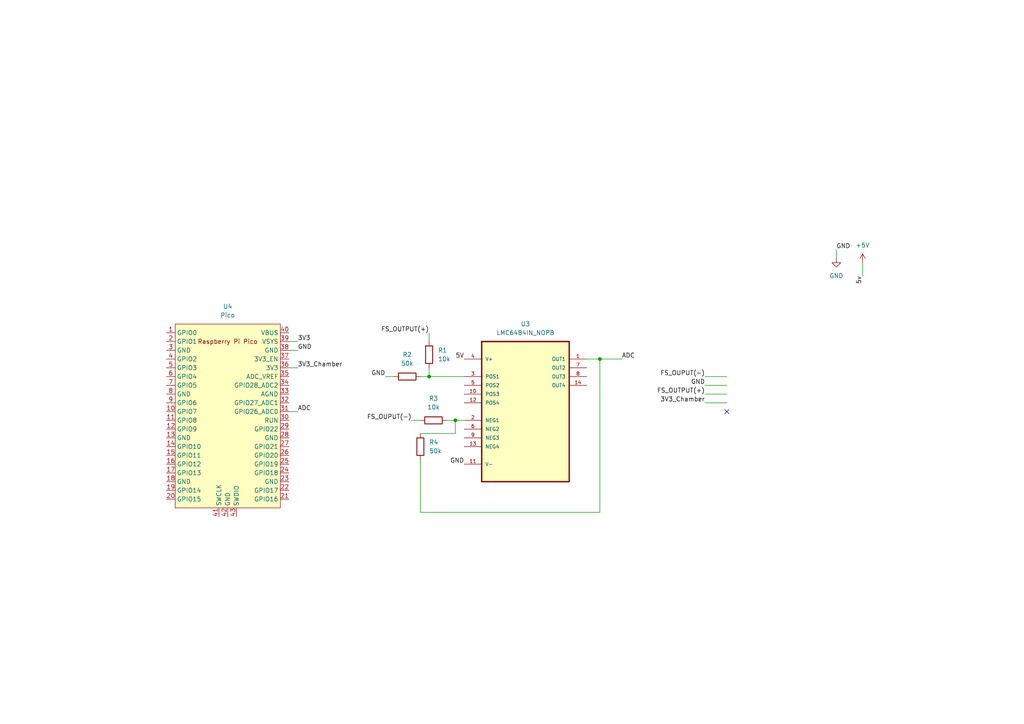
<source format=kicad_sch>
(kicad_sch (version 20231120) (generator "eeschema") (generator_version "8.0")
  (paper "A4")
  (title_block (title "OPEL Sensing Reciever") (company "Olin Plasma Engineering Lab"))
  (lib_symbols
    (symbol "Device:R" (pin_numbers hide) (pin_names (offset 0))
      (property "Reference" "R" (at 2.032 0 90))
      (property "Value" "R" (at 0 0 90))
      (symbol "R_0_1"
        (rectangle (start -1.016 -2.54) (end 1.016 2.54) (stroke (width 0.254)))
      )
      (symbol "R_1_1"
        (pin passive line (at 0 3.81 270) (length 1.27) (name "~") (number "1"))
        (pin passive line (at 0 -3.81 90) (length 1.27) (name "~") (number "2"))
      )
    )
    (symbol "LMC6484IN_NOPB:LMC6484IN_NOPB" (pin_names (offset 1.016))
      (property "Reference" "U" (at -6.2234 18.8735 0))
      (property "Value" "LMC6484IN_NOPB" (at -3.7108 -25.7977 0))
      (symbol "LMC6484IN_NOPB_0_0"
        (rectangle (start -12.7 -22.86) (end 12.7 17.78) (stroke (width 0.4064)) (fill (type background)))
        (pin output line (at 17.78 12.7 180) (length 5.08) (name "OUT1") (number "1"))
        (pin input line (at -17.78 2.54 0) (length 5.08) (name "POS3") (number "10"))
        (pin power_in line (at -17.78 -17.78 0) (length 5.08) (name "V-") (number "11"))
        (pin input line (at -17.78 0 0) (length 5.08) (name "POS4") (number "12"))
        (pin input line (at -17.78 -12.7 0) (length 5.08) (name "NEG4") (number "13"))
        (pin output line (at 17.78 5.08 180) (length 5.08) (name "OUT4") (number "14"))
        (pin input line (at -17.78 -5.08 0) (length 5.08) (name "NEG1") (number "2"))
        (pin input line (at -17.78 7.62 0) (length 5.08) (name "POS1") (number "3"))
        (pin power_in line (at -17.78 12.7 0) (length 5.08) (name "V+") (number "4"))
        (pin input line (at -17.78 5.08 0) (length 5.08) (name "POS2") (number "5"))
        (pin input line (at -17.78 -7.62 0) (length 5.08) (name "NEG2") (number "6"))
        (pin output line (at 17.78 10.16 180) (length 5.08) (name "OUT2") (number "7"))
        (pin output line (at 17.78 7.62 180) (length 5.08) (name "OUT3") (number "8"))
        (pin input line (at -17.78 -10.16 0) (length 5.08) (name "NEG3") (number "9"))
      )
    )
    (symbol "MCU_RaspberryPi_and_Boards:Pico"
      (property "Reference" "U" (at -13.97 27.94 0))
      (property "Value" "Pico" (at 0 19.05 0))
      (symbol "Pico_0_0"
        (text "Raspberry Pi Pico" (at 0 21.59 0) (effects (font (size 1.27 1.27))))
      )
      (symbol "Pico_0_1"
        (rectangle (start -15.24 26.67) (end 15.24 -26.67) (fill (type background)))
      )
      (symbol "Pico_1_1"
        (pin bidirectional line (at -17.78 24.13 0) (length 2.54) (name "GPIO0") (number "1"))
        (pin bidirectional line (at -17.78 1.27 0) (length 2.54) (name "GPIO7") (number "10"))
        (pin bidirectional line (at -17.78 -1.27 0) (length 2.54) (name "GPIO8") (number "11"))
        (pin bidirectional line (at -17.78 -3.81 0) (length 2.54) (name "GPIO9") (number "12"))
        (pin power_in line (at -17.78 -6.35 0) (length 2.54) (name "GND") (number "13"))
        (pin bidirectional line (at -17.78 -8.89 0) (length 2.54) (name "GPIO10") (number "14"))
        (pin bidirectional line (at -17.78 -11.43 0) (length 2.54) (name "GPIO11") (number "15"))
        (pin bidirectional line (at -17.78 -13.97 0) (length 2.54) (name "GPIO12") (number "16"))
        (pin bidirectional line (at -17.78 -16.51 0) (length 2.54) (name "GPIO13") (number "17"))
        (pin power_in line (at -17.78 -19.05 0) (length 2.54) (name "GND") (number "18"))
        (pin bidirectional line (at -17.78 -21.59 0) (length 2.54) (name "GPIO14") (number "19"))
        (pin bidirectional line (at -17.78 21.59 0) (length 2.54) (name "GPIO1") (number "2"))
        (pin bidirectional line (at -17.78 -24.13 0) (length 2.54) (name "GPIO15") (number "20"))
        (pin bidirectional line (at 17.78 -24.13 180) (length 2.54) (name "GPIO16") (number "21"))
        (pin bidirectional line (at 17.78 -21.59 180) (length 2.54) (name "GPIO17") (number "22"))
        (pin power_in line (at 17.78 -19.05 180) (length 2.54) (name "GND") (number "23"))
        (pin bidirectional line (at 17.78 -16.51 180) (length 2.54) (name "GPIO18") (number "24"))
        (pin bidirectional line (at 17.78 -13.97 180) (length 2.54) (name "GPIO19") (number "25"))
        (pin bidirectional line (at 17.78 -11.43 180) (length 2.54) (name "GPIO20") (number "26"))
        (pin bidirectional line (at 17.78 -8.89 180) (length 2.54) (name "GPIO21") (number "27"))
        (pin power_in line (at 17.78 -6.35 180) (length 2.54) (name "GND") (number "28"))
        (pin bidirectional line (at 17.78 -3.81 180) (length 2.54) (name "GPIO22") (number "29"))
        (pin power_in line (at -17.78 19.05 0) (length 2.54) (name "GND") (number "3"))
        (pin input line (at 17.78 -1.27 180) (length 2.54) (name "RUN") (number "30"))
        (pin bidirectional line (at 17.78 1.27 180) (length 2.54) (name "GPIO26_ADC0") (number "31"))
        (pin bidirectional line (at 17.78 3.81 180) (length 2.54) (name "GPIO27_ADC1") (number "32"))
        (pin power_in line (at 17.78 6.35 180) (length 2.54) (name "AGND") (number "33"))
        (pin bidirectional line (at 17.78 8.89 180) (length 2.54) (name "GPIO28_ADC2") (number "34"))
        (pin power_in line (at 17.78 11.43 180) (length 2.54) (name "ADC_VREF") (number "35"))
        (pin power_in line (at 17.78 13.97 180) (length 2.54) (name "3V3") (number "36"))
        (pin input line (at 17.78 16.51 180) (length 2.54) (name "3V3_EN") (number "37"))
        (pin bidirectional line (at 17.78 19.05 180) (length 2.54) (name "GND") (number "38"))
        (pin power_in line (at 17.78 21.59 180) (length 2.54) (name "VSYS") (number "39"))
        (pin bidirectional line (at -17.78 16.51 0) (length 2.54) (name "GPIO2") (number "4"))
        (pin power_in line (at 17.78 24.13 180) (length 2.54) (name "VBUS") (number "40"))
        (pin input line (at -2.54 -29.21 90) (length 2.54) (name "SWCLK") (number "41"))
        (pin power_in line (at 0 -29.21 90) (length 2.54) (name "GND") (number "42"))
        (pin bidirectional line (at 2.54 -29.21 90) (length 2.54) (name "SWDIO") (number "43"))
        (pin bidirectional line (at -17.78 13.97 0) (length 2.54) (name "GPIO3") (number "5"))
        (pin bidirectional line (at -17.78 11.43 0) (length 2.54) (name "GPIO4") (number "6"))
        (pin bidirectional line (at -17.78 8.89 0) (length 2.54) (name "GPIO5") (number "7"))
        (pin power_in line (at -17.78 6.35 0) (length 2.54) (name "GND") (number "8"))
        (pin bidirectional line (at -17.78 3.81 0) (length 2.54) (name "GPIO6") (number "9"))
      )
    )
    (symbol "power:+5V" (power) (pin_numbers hide) (pin_names (offset 0) hide)
      (property "Value" "+5V" (at 0 3.556 0))
      (symbol "+5V_0_1"
        (polyline (pts (xy -0.762 1.27) (xy 0 2.54)))
        (polyline (pts (xy 0 0) (xy 0 2.54)))
        (polyline (pts (xy 0 2.54) (xy 0.762 1.27)))
      )
      (symbol "+5V_1_1"
        (pin power_in line (at 0 0 90) (length 0) (name "~") (number "1"))
      )
    )
    (symbol "power:GND" (power) (pin_numbers hide) (pin_names (offset 0) hide)
      (property "Value" "GND" (at 0 -3.81 0))
      (symbol "GND_0_1"
        (polyline (pts (xy 0 0) (xy 0 -1.27) (xy 1.27 -1.27) (xy 0 -2.54) (xy -1.27 -1.27) (xy 0 -1.27)))
      )
      (symbol "GND_1_1"
        (pin power_in line (at 0 0 270) (length 0) (name "~") (number "1"))
      )
    )
  )
  (junction (at 132.08 121.92))
  (junction (at 173.99 104.14))
  (junction (at 124.46 109.22))
  (no_connect (at 210.82 119.38))
  (wire (pts (xy 132.08 125.73) (xy 132.08 121.92)))
  (wire (pts (xy 250.19 80.01) (xy 250.19 76.2)))
  (wire (pts (xy 173.99 104.14) (xy 173.99 148.59)))
  (wire (pts (xy 119.38 121.92) (xy 121.92 121.92)))
  (wire (pts (xy 242.57 72.39) (xy 242.57 74.93)))
  (wire (pts (xy 124.46 106.68) (xy 124.46 109.22)))
  (wire (pts (xy 121.92 125.73) (xy 132.08 125.73)))
  (wire (pts (xy 111.76 109.22) (xy 114.3 109.22)))
  (wire (pts (xy 121.92 148.59) (xy 121.92 133.35)))
  (wire (pts (xy 132.08 121.92) (xy 134.62 121.92)))
  (wire (pts (xy 86.36 106.68) (xy 83.82 106.68)))
  (wire (pts (xy 121.92 109.22) (xy 124.46 109.22)))
  (wire (pts (xy 124.46 109.22) (xy 134.62 109.22)))
  (wire (pts (xy 204.47 114.3) (xy 210.82 114.3)))
  (wire (pts (xy 204.47 111.76) (xy 210.82 111.76)))
  (wire (pts (xy 86.36 119.38) (xy 83.82 119.38)))
  (wire (pts (xy 204.47 109.22) (xy 210.82 109.22)))
  (wire (pts (xy 180.34 104.14) (xy 173.99 104.14)))
  (wire (pts (xy 204.47 116.84) (xy 210.82 116.84)))
  (wire (pts (xy 86.36 101.6) (xy 83.82 101.6)))
  (wire (pts (xy 173.99 148.59) (xy 121.92 148.59)))
  (wire (pts (xy 170.18 104.14) (xy 173.99 104.14)))
  (wire (pts (xy 124.46 96.52) (xy 124.46 99.06)))
  (wire (pts (xy 129.54 121.92) (xy 132.08 121.92)))
  (wire (pts (xy 86.36 99.06) (xy 83.82 99.06)))
  (label "5V" (at 134.62 104.14 180))
  (label "3V3" (at 86.36 99.06 0))
  (label "GND" (at 111.76 109.22 180))
  (label "GND" (at 242.57 72.39 0))
  (label "3V3_Chamber" (at 86.36 106.68 0))
  (label "GND" (at 204.47 111.76 180))
  (label "GND" (at 134.62 134.62 180))
  (label "FS_OUTPUT(+)" (at 204.47 114.3 180))
  (label "FS_OUPUT(-)" (at 204.47 109.22 180))
  (label "GND" (at 86.36 101.6 0))
  (label "ADC" (at 180.34 104.14 0))
  (label "5v" (at 250.19 80.01 270))
  (label "3V3_Chamber" (at 204.47 116.84 180))
  (label "FS_OUPUT(-)" (at 119.38 121.92 180))
  (label "ADC" (at 86.36 119.38 0))
  (label "FS_OUTPUT(+)" (at 124.46 96.52 180))
  (symbol (lib_id "power:+5V") (at 250.19 76.2 0) (unit 1)
    (property "Reference" "#PWR04" (effects (hide yes)))
    (property "Value" "+5V" (at 250.19 71.12 0))
    (property "Description" "Power symbol creates a global label with name \"+5V\"" (effects (hide yes)))
  )
  (symbol (lib_id "power:GND") (at 242.57 74.93 0) (unit 1)
    (property "Reference" "#PWR03" (effects (hide yes)))
    (property "Value" "GND" (at 242.57 80.01 0))
    (property "Description" "Power symbol creates a global label with name \"GND\" , ground" (effects (hide yes)))
  )
  (symbol (lib_id "MCU_RaspberryPi_and_Boards:Pico") (at 66.04 120.65 0) (unit 1)
    (property "Reference" "U4" (at 66.04 88.9 0))
    (property "Value" "Pico" (at 66.04 91.44 0))
    (property "Footprint" "MCU_RaspberryPi_and_Boards:RPi_Pico_SMD_TH" (effects (hide yes)))
  )
  (symbol (lib_id "Device:R") (at 118.11 109.22 90) (unit 1)
    (property "Reference" "R2" (at 118.11 102.87 90))
    (property "Value" "50k" (at 118.11 105.41 90))
    (property "Description" "Resistor" (effects (hide yes)))
  )
  (symbol (lib_id "Device:R") (at 121.92 129.54 180) (unit 1)
    (property "Reference" "R4" (at 124.46 128.2699 0) (effects (justify right)))
    (property "Value" "50k" (at 124.46 130.8099 0) (effects (justify right)))
    (property "Description" "Resistor" (effects (hide yes)))
  )
  (symbol (lib_id "LMC6484IN_NOPB:LMC6484IN_NOPB") (at 152.4 116.84 0) (unit 1)
    (property "Reference" "U3" (at 152.4 93.98 0))
    (property "Value" "LMC6484IN_NOPB" (at 152.4 96.52 0))
    (property "Footprint" "LMC6484IN_NOPB:DIP254P762X508-14" (effects (hide yes)))
    (property "MF" "Texas Instruments" (effects (hide yes)))
    (property "Description_1" "\nUltra-low Bias Current, Precision CMOS Rail-to-Rail Input and Output Quad Operational Amplifier\n" (effects (hide yes)))
    (property "PACKAGE" "14- DIP" (effects (hide yes)))
    (property "MPN" "LMC6484IN/NOPB" (effects (hide yes)))
    (property "Price" "None" (effects (hide yes)))
    (property "Package" "PDIP-14 Texas Instruments" (effects (hide yes)))
    (property "OC_FARNELL" "9486070" (effects (hide yes)))
    (property "SnapEDA_Link" "https://www.snapeda.com/parts/LMC6484IN/NOPB/Texas+Instruments/view-part/?ref=snap" (effects (hide yes)))
    (property "MP" "LMC6484IN/NOPB" (effects (hide yes)))
    (property "SUPPLIER" "National Semiconductor" (effects (hide yes)))
    (property "OC_NEWARK" "92F350" (effects (hide yes)))
    (property "Availability" "In Stock" (effects (hide yes)))
    (property "Check_prices" "https://www.snapeda.com/parts/LMC6484IN/NOPB/Texas+Instruments/view-part/?ref=eda" (effects (hide yes)))
  )
  (symbol (lib_id "Device:R") (at 125.73 121.92 270) (unit 1)
    (property "Reference" "R3" (at 125.73 115.57 90))
    (property "Value" "10k" (at 125.73 118.11 90))
    (property "Description" "Resistor" (effects (hide yes)))
  )
  (symbol (lib_id "Device:R") (at 124.46 102.87 0) (unit 1)
    (property "Reference" "R1" (at 127 101.5999 0) (effects (justify left)))
    (property "Value" "10k" (at 127 104.1399 0) (effects (justify left)))
    (property "Description" "Resistor" (effects (hide yes)))
  )
)
</source>
